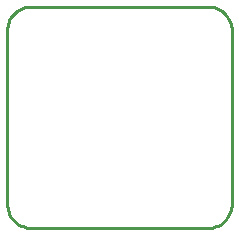
<source format=gbr>
G04 EAGLE Gerber RS-274X export*
G75*
%MOMM*%
%FSLAX34Y34*%
%LPD*%
%IN*%
%IPPOS*%
%AMOC8*
5,1,8,0,0,1.08239X$1,22.5*%
G01*
%ADD10C,0.254000*%


D10*
X-3193800Y-2861300D02*
X-3193724Y-2863043D01*
X-3193496Y-2864773D01*
X-3193119Y-2866476D01*
X-3192594Y-2868140D01*
X-3191926Y-2869752D01*
X-3191121Y-2871300D01*
X-3190183Y-2872772D01*
X-3189121Y-2874156D01*
X-3187942Y-2875442D01*
X-3186656Y-2876621D01*
X-3185272Y-2877683D01*
X-3183800Y-2878621D01*
X-3182252Y-2879426D01*
X-3180640Y-2880094D01*
X-3178976Y-2880619D01*
X-3177273Y-2880996D01*
X-3175543Y-2881224D01*
X-3173800Y-2881300D01*
X-3023800Y-2881300D01*
X-3022057Y-2881224D01*
X-3020327Y-2880996D01*
X-3018624Y-2880619D01*
X-3016960Y-2880094D01*
X-3015348Y-2879426D01*
X-3013800Y-2878621D01*
X-3012328Y-2877683D01*
X-3010944Y-2876621D01*
X-3009658Y-2875442D01*
X-3008479Y-2874156D01*
X-3007417Y-2872772D01*
X-3006480Y-2871300D01*
X-3005674Y-2869752D01*
X-3005006Y-2868140D01*
X-3004481Y-2866476D01*
X-3004104Y-2864773D01*
X-3003876Y-2863043D01*
X-3003800Y-2861300D01*
X-3003800Y-2714000D01*
X-3003876Y-2712257D01*
X-3004104Y-2710527D01*
X-3004481Y-2708824D01*
X-3005006Y-2707160D01*
X-3005674Y-2705548D01*
X-3006480Y-2704000D01*
X-3007417Y-2702528D01*
X-3008479Y-2701144D01*
X-3009658Y-2699858D01*
X-3010944Y-2698679D01*
X-3012328Y-2697617D01*
X-3013800Y-2696680D01*
X-3015348Y-2695874D01*
X-3016960Y-2695206D01*
X-3018624Y-2694681D01*
X-3020327Y-2694304D01*
X-3022057Y-2694076D01*
X-3023800Y-2694000D01*
X-3173800Y-2694000D01*
X-3175543Y-2694076D01*
X-3177273Y-2694304D01*
X-3178976Y-2694681D01*
X-3180640Y-2695206D01*
X-3182252Y-2695874D01*
X-3183800Y-2696680D01*
X-3185272Y-2697617D01*
X-3186656Y-2698679D01*
X-3187942Y-2699858D01*
X-3189121Y-2701144D01*
X-3190183Y-2702528D01*
X-3191121Y-2704000D01*
X-3191926Y-2705548D01*
X-3192594Y-2707160D01*
X-3193119Y-2708824D01*
X-3193496Y-2710527D01*
X-3193724Y-2712257D01*
X-3193800Y-2714000D01*
X-3193800Y-2861300D01*
M02*

</source>
